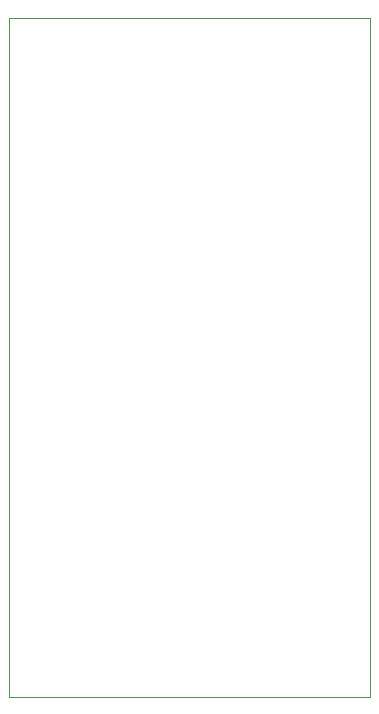
<source format=gbr>
%TF.GenerationSoftware,KiCad,Pcbnew,(5.1.6)-1*%
%TF.CreationDate,2020-11-18T20:34:03+02:00*%
%TF.ProjectId,Gesture-Control-PCB,47657374-7572-4652-9d43-6f6e74726f6c,rev?*%
%TF.SameCoordinates,Original*%
%TF.FileFunction,Profile,NP*%
%FSLAX46Y46*%
G04 Gerber Fmt 4.6, Leading zero omitted, Abs format (unit mm)*
G04 Created by KiCad (PCBNEW (5.1.6)-1) date 2020-11-18 20:34:03*
%MOMM*%
%LPD*%
G01*
G04 APERTURE LIST*
%TA.AperFunction,Profile*%
%ADD10C,0.050000*%
%TD*%
G04 APERTURE END LIST*
D10*
X86000000Y-125500000D02*
X86000000Y-68000000D01*
X116500000Y-125500000D02*
X86000000Y-125500000D01*
X116500000Y-68000000D02*
X116500000Y-125500000D01*
X86000000Y-68000000D02*
X116500000Y-68000000D01*
M02*

</source>
